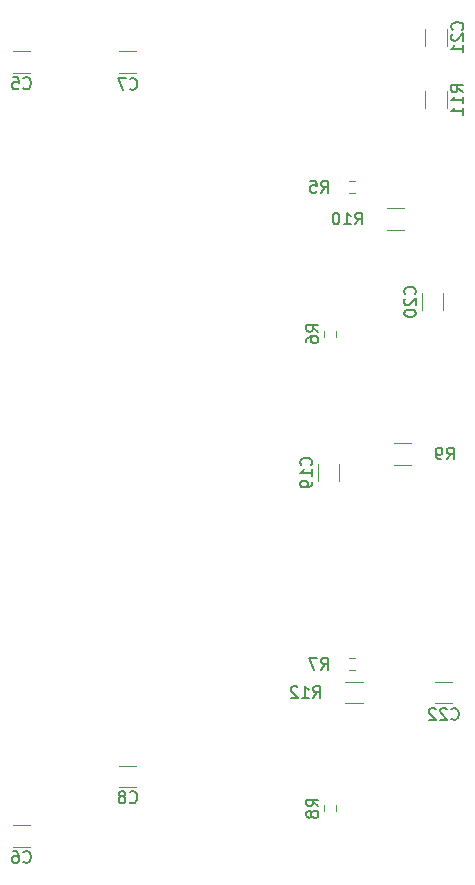
<source format=gbr>
%TF.GenerationSoftware,KiCad,Pcbnew,8.0.3*%
%TF.CreationDate,2025-02-16T14:56:23+13:00*%
%TF.ProjectId,Power-stage-rounded,506f7765-722d-4737-9461-67652d726f75,rev?*%
%TF.SameCoordinates,Original*%
%TF.FileFunction,Legend,Bot*%
%TF.FilePolarity,Positive*%
%FSLAX46Y46*%
G04 Gerber Fmt 4.6, Leading zero omitted, Abs format (unit mm)*
G04 Created by KiCad (PCBNEW 8.0.3) date 2025-02-16 14:56:23*
%MOMM*%
%LPD*%
G01*
G04 APERTURE LIST*
%ADD10C,0.150000*%
%ADD11C,0.120000*%
G04 APERTURE END LIST*
D10*
X153959580Y-55257142D02*
X154007200Y-55209523D01*
X154007200Y-55209523D02*
X154054819Y-55066666D01*
X154054819Y-55066666D02*
X154054819Y-54971428D01*
X154054819Y-54971428D02*
X154007200Y-54828571D01*
X154007200Y-54828571D02*
X153911961Y-54733333D01*
X153911961Y-54733333D02*
X153816723Y-54685714D01*
X153816723Y-54685714D02*
X153626247Y-54638095D01*
X153626247Y-54638095D02*
X153483390Y-54638095D01*
X153483390Y-54638095D02*
X153292914Y-54685714D01*
X153292914Y-54685714D02*
X153197676Y-54733333D01*
X153197676Y-54733333D02*
X153102438Y-54828571D01*
X153102438Y-54828571D02*
X153054819Y-54971428D01*
X153054819Y-54971428D02*
X153054819Y-55066666D01*
X153054819Y-55066666D02*
X153102438Y-55209523D01*
X153102438Y-55209523D02*
X153150057Y-55257142D01*
X153150057Y-55638095D02*
X153102438Y-55685714D01*
X153102438Y-55685714D02*
X153054819Y-55780952D01*
X153054819Y-55780952D02*
X153054819Y-56019047D01*
X153054819Y-56019047D02*
X153102438Y-56114285D01*
X153102438Y-56114285D02*
X153150057Y-56161904D01*
X153150057Y-56161904D02*
X153245295Y-56209523D01*
X153245295Y-56209523D02*
X153340533Y-56209523D01*
X153340533Y-56209523D02*
X153483390Y-56161904D01*
X153483390Y-56161904D02*
X154054819Y-55590476D01*
X154054819Y-55590476D02*
X154054819Y-56209523D01*
X154054819Y-57161904D02*
X154054819Y-56590476D01*
X154054819Y-56876190D02*
X153054819Y-56876190D01*
X153054819Y-56876190D02*
X153197676Y-56780952D01*
X153197676Y-56780952D02*
X153292914Y-56685714D01*
X153292914Y-56685714D02*
X153340533Y-56590476D01*
X125816666Y-60259580D02*
X125864285Y-60307200D01*
X125864285Y-60307200D02*
X126007142Y-60354819D01*
X126007142Y-60354819D02*
X126102380Y-60354819D01*
X126102380Y-60354819D02*
X126245237Y-60307200D01*
X126245237Y-60307200D02*
X126340475Y-60211961D01*
X126340475Y-60211961D02*
X126388094Y-60116723D01*
X126388094Y-60116723D02*
X126435713Y-59926247D01*
X126435713Y-59926247D02*
X126435713Y-59783390D01*
X126435713Y-59783390D02*
X126388094Y-59592914D01*
X126388094Y-59592914D02*
X126340475Y-59497676D01*
X126340475Y-59497676D02*
X126245237Y-59402438D01*
X126245237Y-59402438D02*
X126102380Y-59354819D01*
X126102380Y-59354819D02*
X126007142Y-59354819D01*
X126007142Y-59354819D02*
X125864285Y-59402438D01*
X125864285Y-59402438D02*
X125816666Y-59450057D01*
X125483332Y-59354819D02*
X124816666Y-59354819D01*
X124816666Y-59354819D02*
X125245237Y-60354819D01*
X125816666Y-120659580D02*
X125864285Y-120707200D01*
X125864285Y-120707200D02*
X126007142Y-120754819D01*
X126007142Y-120754819D02*
X126102380Y-120754819D01*
X126102380Y-120754819D02*
X126245237Y-120707200D01*
X126245237Y-120707200D02*
X126340475Y-120611961D01*
X126340475Y-120611961D02*
X126388094Y-120516723D01*
X126388094Y-120516723D02*
X126435713Y-120326247D01*
X126435713Y-120326247D02*
X126435713Y-120183390D01*
X126435713Y-120183390D02*
X126388094Y-119992914D01*
X126388094Y-119992914D02*
X126340475Y-119897676D01*
X126340475Y-119897676D02*
X126245237Y-119802438D01*
X126245237Y-119802438D02*
X126102380Y-119754819D01*
X126102380Y-119754819D02*
X126007142Y-119754819D01*
X126007142Y-119754819D02*
X125864285Y-119802438D01*
X125864285Y-119802438D02*
X125816666Y-119850057D01*
X125245237Y-120183390D02*
X125340475Y-120135771D01*
X125340475Y-120135771D02*
X125388094Y-120088152D01*
X125388094Y-120088152D02*
X125435713Y-119992914D01*
X125435713Y-119992914D02*
X125435713Y-119945295D01*
X125435713Y-119945295D02*
X125388094Y-119850057D01*
X125388094Y-119850057D02*
X125340475Y-119802438D01*
X125340475Y-119802438D02*
X125245237Y-119754819D01*
X125245237Y-119754819D02*
X125054761Y-119754819D01*
X125054761Y-119754819D02*
X124959523Y-119802438D01*
X124959523Y-119802438D02*
X124911904Y-119850057D01*
X124911904Y-119850057D02*
X124864285Y-119945295D01*
X124864285Y-119945295D02*
X124864285Y-119992914D01*
X124864285Y-119992914D02*
X124911904Y-120088152D01*
X124911904Y-120088152D02*
X124959523Y-120135771D01*
X124959523Y-120135771D02*
X125054761Y-120183390D01*
X125054761Y-120183390D02*
X125245237Y-120183390D01*
X125245237Y-120183390D02*
X125340475Y-120231009D01*
X125340475Y-120231009D02*
X125388094Y-120278628D01*
X125388094Y-120278628D02*
X125435713Y-120373866D01*
X125435713Y-120373866D02*
X125435713Y-120564342D01*
X125435713Y-120564342D02*
X125388094Y-120659580D01*
X125388094Y-120659580D02*
X125340475Y-120707200D01*
X125340475Y-120707200D02*
X125245237Y-120754819D01*
X125245237Y-120754819D02*
X125054761Y-120754819D01*
X125054761Y-120754819D02*
X124959523Y-120707200D01*
X124959523Y-120707200D02*
X124911904Y-120659580D01*
X124911904Y-120659580D02*
X124864285Y-120564342D01*
X124864285Y-120564342D02*
X124864285Y-120373866D01*
X124864285Y-120373866D02*
X124911904Y-120278628D01*
X124911904Y-120278628D02*
X124959523Y-120231009D01*
X124959523Y-120231009D02*
X125054761Y-120183390D01*
X144892857Y-71754819D02*
X145226190Y-71278628D01*
X145464285Y-71754819D02*
X145464285Y-70754819D01*
X145464285Y-70754819D02*
X145083333Y-70754819D01*
X145083333Y-70754819D02*
X144988095Y-70802438D01*
X144988095Y-70802438D02*
X144940476Y-70850057D01*
X144940476Y-70850057D02*
X144892857Y-70945295D01*
X144892857Y-70945295D02*
X144892857Y-71088152D01*
X144892857Y-71088152D02*
X144940476Y-71183390D01*
X144940476Y-71183390D02*
X144988095Y-71231009D01*
X144988095Y-71231009D02*
X145083333Y-71278628D01*
X145083333Y-71278628D02*
X145464285Y-71278628D01*
X143940476Y-71754819D02*
X144511904Y-71754819D01*
X144226190Y-71754819D02*
X144226190Y-70754819D01*
X144226190Y-70754819D02*
X144321428Y-70897676D01*
X144321428Y-70897676D02*
X144416666Y-70992914D01*
X144416666Y-70992914D02*
X144511904Y-71040533D01*
X143321428Y-70754819D02*
X143226190Y-70754819D01*
X143226190Y-70754819D02*
X143130952Y-70802438D01*
X143130952Y-70802438D02*
X143083333Y-70850057D01*
X143083333Y-70850057D02*
X143035714Y-70945295D01*
X143035714Y-70945295D02*
X142988095Y-71135771D01*
X142988095Y-71135771D02*
X142988095Y-71373866D01*
X142988095Y-71373866D02*
X143035714Y-71564342D01*
X143035714Y-71564342D02*
X143083333Y-71659580D01*
X143083333Y-71659580D02*
X143130952Y-71707200D01*
X143130952Y-71707200D02*
X143226190Y-71754819D01*
X143226190Y-71754819D02*
X143321428Y-71754819D01*
X143321428Y-71754819D02*
X143416666Y-71707200D01*
X143416666Y-71707200D02*
X143464285Y-71659580D01*
X143464285Y-71659580D02*
X143511904Y-71564342D01*
X143511904Y-71564342D02*
X143559523Y-71373866D01*
X143559523Y-71373866D02*
X143559523Y-71135771D01*
X143559523Y-71135771D02*
X143511904Y-70945295D01*
X143511904Y-70945295D02*
X143464285Y-70850057D01*
X143464285Y-70850057D02*
X143416666Y-70802438D01*
X143416666Y-70802438D02*
X143321428Y-70754819D01*
X141774819Y-80833333D02*
X141298628Y-80500000D01*
X141774819Y-80261905D02*
X140774819Y-80261905D01*
X140774819Y-80261905D02*
X140774819Y-80642857D01*
X140774819Y-80642857D02*
X140822438Y-80738095D01*
X140822438Y-80738095D02*
X140870057Y-80785714D01*
X140870057Y-80785714D02*
X140965295Y-80833333D01*
X140965295Y-80833333D02*
X141108152Y-80833333D01*
X141108152Y-80833333D02*
X141203390Y-80785714D01*
X141203390Y-80785714D02*
X141251009Y-80738095D01*
X141251009Y-80738095D02*
X141298628Y-80642857D01*
X141298628Y-80642857D02*
X141298628Y-80261905D01*
X140774819Y-81690476D02*
X140774819Y-81500000D01*
X140774819Y-81500000D02*
X140822438Y-81404762D01*
X140822438Y-81404762D02*
X140870057Y-81357143D01*
X140870057Y-81357143D02*
X141012914Y-81261905D01*
X141012914Y-81261905D02*
X141203390Y-81214286D01*
X141203390Y-81214286D02*
X141584342Y-81214286D01*
X141584342Y-81214286D02*
X141679580Y-81261905D01*
X141679580Y-81261905D02*
X141727200Y-81309524D01*
X141727200Y-81309524D02*
X141774819Y-81404762D01*
X141774819Y-81404762D02*
X141774819Y-81595238D01*
X141774819Y-81595238D02*
X141727200Y-81690476D01*
X141727200Y-81690476D02*
X141679580Y-81738095D01*
X141679580Y-81738095D02*
X141584342Y-81785714D01*
X141584342Y-81785714D02*
X141346247Y-81785714D01*
X141346247Y-81785714D02*
X141251009Y-81738095D01*
X141251009Y-81738095D02*
X141203390Y-81690476D01*
X141203390Y-81690476D02*
X141155771Y-81595238D01*
X141155771Y-81595238D02*
X141155771Y-81404762D01*
X141155771Y-81404762D02*
X141203390Y-81309524D01*
X141203390Y-81309524D02*
X141251009Y-81261905D01*
X141251009Y-81261905D02*
X141346247Y-81214286D01*
X153042857Y-113609580D02*
X153090476Y-113657200D01*
X153090476Y-113657200D02*
X153233333Y-113704819D01*
X153233333Y-113704819D02*
X153328571Y-113704819D01*
X153328571Y-113704819D02*
X153471428Y-113657200D01*
X153471428Y-113657200D02*
X153566666Y-113561961D01*
X153566666Y-113561961D02*
X153614285Y-113466723D01*
X153614285Y-113466723D02*
X153661904Y-113276247D01*
X153661904Y-113276247D02*
X153661904Y-113133390D01*
X153661904Y-113133390D02*
X153614285Y-112942914D01*
X153614285Y-112942914D02*
X153566666Y-112847676D01*
X153566666Y-112847676D02*
X153471428Y-112752438D01*
X153471428Y-112752438D02*
X153328571Y-112704819D01*
X153328571Y-112704819D02*
X153233333Y-112704819D01*
X153233333Y-112704819D02*
X153090476Y-112752438D01*
X153090476Y-112752438D02*
X153042857Y-112800057D01*
X152661904Y-112800057D02*
X152614285Y-112752438D01*
X152614285Y-112752438D02*
X152519047Y-112704819D01*
X152519047Y-112704819D02*
X152280952Y-112704819D01*
X152280952Y-112704819D02*
X152185714Y-112752438D01*
X152185714Y-112752438D02*
X152138095Y-112800057D01*
X152138095Y-112800057D02*
X152090476Y-112895295D01*
X152090476Y-112895295D02*
X152090476Y-112990533D01*
X152090476Y-112990533D02*
X152138095Y-113133390D01*
X152138095Y-113133390D02*
X152709523Y-113704819D01*
X152709523Y-113704819D02*
X152090476Y-113704819D01*
X151709523Y-112800057D02*
X151661904Y-112752438D01*
X151661904Y-112752438D02*
X151566666Y-112704819D01*
X151566666Y-112704819D02*
X151328571Y-112704819D01*
X151328571Y-112704819D02*
X151233333Y-112752438D01*
X151233333Y-112752438D02*
X151185714Y-112800057D01*
X151185714Y-112800057D02*
X151138095Y-112895295D01*
X151138095Y-112895295D02*
X151138095Y-112990533D01*
X151138095Y-112990533D02*
X151185714Y-113133390D01*
X151185714Y-113133390D02*
X151757142Y-113704819D01*
X151757142Y-113704819D02*
X151138095Y-113704819D01*
X116816666Y-60209580D02*
X116864285Y-60257200D01*
X116864285Y-60257200D02*
X117007142Y-60304819D01*
X117007142Y-60304819D02*
X117102380Y-60304819D01*
X117102380Y-60304819D02*
X117245237Y-60257200D01*
X117245237Y-60257200D02*
X117340475Y-60161961D01*
X117340475Y-60161961D02*
X117388094Y-60066723D01*
X117388094Y-60066723D02*
X117435713Y-59876247D01*
X117435713Y-59876247D02*
X117435713Y-59733390D01*
X117435713Y-59733390D02*
X117388094Y-59542914D01*
X117388094Y-59542914D02*
X117340475Y-59447676D01*
X117340475Y-59447676D02*
X117245237Y-59352438D01*
X117245237Y-59352438D02*
X117102380Y-59304819D01*
X117102380Y-59304819D02*
X117007142Y-59304819D01*
X117007142Y-59304819D02*
X116864285Y-59352438D01*
X116864285Y-59352438D02*
X116816666Y-59400057D01*
X115911904Y-59304819D02*
X116388094Y-59304819D01*
X116388094Y-59304819D02*
X116435713Y-59781009D01*
X116435713Y-59781009D02*
X116388094Y-59733390D01*
X116388094Y-59733390D02*
X116292856Y-59685771D01*
X116292856Y-59685771D02*
X116054761Y-59685771D01*
X116054761Y-59685771D02*
X115959523Y-59733390D01*
X115959523Y-59733390D02*
X115911904Y-59781009D01*
X115911904Y-59781009D02*
X115864285Y-59876247D01*
X115864285Y-59876247D02*
X115864285Y-60114342D01*
X115864285Y-60114342D02*
X115911904Y-60209580D01*
X115911904Y-60209580D02*
X115959523Y-60257200D01*
X115959523Y-60257200D02*
X116054761Y-60304819D01*
X116054761Y-60304819D02*
X116292856Y-60304819D01*
X116292856Y-60304819D02*
X116388094Y-60257200D01*
X116388094Y-60257200D02*
X116435713Y-60209580D01*
X116816666Y-125730770D02*
X116864285Y-125778390D01*
X116864285Y-125778390D02*
X117007142Y-125826009D01*
X117007142Y-125826009D02*
X117102380Y-125826009D01*
X117102380Y-125826009D02*
X117245237Y-125778390D01*
X117245237Y-125778390D02*
X117340475Y-125683151D01*
X117340475Y-125683151D02*
X117388094Y-125587913D01*
X117388094Y-125587913D02*
X117435713Y-125397437D01*
X117435713Y-125397437D02*
X117435713Y-125254580D01*
X117435713Y-125254580D02*
X117388094Y-125064104D01*
X117388094Y-125064104D02*
X117340475Y-124968866D01*
X117340475Y-124968866D02*
X117245237Y-124873628D01*
X117245237Y-124873628D02*
X117102380Y-124826009D01*
X117102380Y-124826009D02*
X117007142Y-124826009D01*
X117007142Y-124826009D02*
X116864285Y-124873628D01*
X116864285Y-124873628D02*
X116816666Y-124921247D01*
X115959523Y-124826009D02*
X116149999Y-124826009D01*
X116149999Y-124826009D02*
X116245237Y-124873628D01*
X116245237Y-124873628D02*
X116292856Y-124921247D01*
X116292856Y-124921247D02*
X116388094Y-125064104D01*
X116388094Y-125064104D02*
X116435713Y-125254580D01*
X116435713Y-125254580D02*
X116435713Y-125635532D01*
X116435713Y-125635532D02*
X116388094Y-125730770D01*
X116388094Y-125730770D02*
X116340475Y-125778390D01*
X116340475Y-125778390D02*
X116245237Y-125826009D01*
X116245237Y-125826009D02*
X116054761Y-125826009D01*
X116054761Y-125826009D02*
X115959523Y-125778390D01*
X115959523Y-125778390D02*
X115911904Y-125730770D01*
X115911904Y-125730770D02*
X115864285Y-125635532D01*
X115864285Y-125635532D02*
X115864285Y-125397437D01*
X115864285Y-125397437D02*
X115911904Y-125302199D01*
X115911904Y-125302199D02*
X115959523Y-125254580D01*
X115959523Y-125254580D02*
X116054761Y-125206961D01*
X116054761Y-125206961D02*
X116245237Y-125206961D01*
X116245237Y-125206961D02*
X116340475Y-125254580D01*
X116340475Y-125254580D02*
X116388094Y-125302199D01*
X116388094Y-125302199D02*
X116435713Y-125397437D01*
X154024819Y-60557142D02*
X153548628Y-60223809D01*
X154024819Y-59985714D02*
X153024819Y-59985714D01*
X153024819Y-59985714D02*
X153024819Y-60366666D01*
X153024819Y-60366666D02*
X153072438Y-60461904D01*
X153072438Y-60461904D02*
X153120057Y-60509523D01*
X153120057Y-60509523D02*
X153215295Y-60557142D01*
X153215295Y-60557142D02*
X153358152Y-60557142D01*
X153358152Y-60557142D02*
X153453390Y-60509523D01*
X153453390Y-60509523D02*
X153501009Y-60461904D01*
X153501009Y-60461904D02*
X153548628Y-60366666D01*
X153548628Y-60366666D02*
X153548628Y-59985714D01*
X154024819Y-61509523D02*
X154024819Y-60938095D01*
X154024819Y-61223809D02*
X153024819Y-61223809D01*
X153024819Y-61223809D02*
X153167676Y-61128571D01*
X153167676Y-61128571D02*
X153262914Y-61033333D01*
X153262914Y-61033333D02*
X153310533Y-60938095D01*
X154024819Y-62461904D02*
X154024819Y-61890476D01*
X154024819Y-62176190D02*
X153024819Y-62176190D01*
X153024819Y-62176190D02*
X153167676Y-62080952D01*
X153167676Y-62080952D02*
X153262914Y-61985714D01*
X153262914Y-61985714D02*
X153310533Y-61890476D01*
X152666666Y-91654819D02*
X152999999Y-91178628D01*
X153238094Y-91654819D02*
X153238094Y-90654819D01*
X153238094Y-90654819D02*
X152857142Y-90654819D01*
X152857142Y-90654819D02*
X152761904Y-90702438D01*
X152761904Y-90702438D02*
X152714285Y-90750057D01*
X152714285Y-90750057D02*
X152666666Y-90845295D01*
X152666666Y-90845295D02*
X152666666Y-90988152D01*
X152666666Y-90988152D02*
X152714285Y-91083390D01*
X152714285Y-91083390D02*
X152761904Y-91131009D01*
X152761904Y-91131009D02*
X152857142Y-91178628D01*
X152857142Y-91178628D02*
X153238094Y-91178628D01*
X152190475Y-91654819D02*
X151999999Y-91654819D01*
X151999999Y-91654819D02*
X151904761Y-91607200D01*
X151904761Y-91607200D02*
X151857142Y-91559580D01*
X151857142Y-91559580D02*
X151761904Y-91416723D01*
X151761904Y-91416723D02*
X151714285Y-91226247D01*
X151714285Y-91226247D02*
X151714285Y-90845295D01*
X151714285Y-90845295D02*
X151761904Y-90750057D01*
X151761904Y-90750057D02*
X151809523Y-90702438D01*
X151809523Y-90702438D02*
X151904761Y-90654819D01*
X151904761Y-90654819D02*
X152095237Y-90654819D01*
X152095237Y-90654819D02*
X152190475Y-90702438D01*
X152190475Y-90702438D02*
X152238094Y-90750057D01*
X152238094Y-90750057D02*
X152285713Y-90845295D01*
X152285713Y-90845295D02*
X152285713Y-91083390D01*
X152285713Y-91083390D02*
X152238094Y-91178628D01*
X152238094Y-91178628D02*
X152190475Y-91226247D01*
X152190475Y-91226247D02*
X152095237Y-91273866D01*
X152095237Y-91273866D02*
X151904761Y-91273866D01*
X151904761Y-91273866D02*
X151809523Y-91226247D01*
X151809523Y-91226247D02*
X151761904Y-91178628D01*
X151761904Y-91178628D02*
X151714285Y-91083390D01*
X142016666Y-69054819D02*
X142349999Y-68578628D01*
X142588094Y-69054819D02*
X142588094Y-68054819D01*
X142588094Y-68054819D02*
X142207142Y-68054819D01*
X142207142Y-68054819D02*
X142111904Y-68102438D01*
X142111904Y-68102438D02*
X142064285Y-68150057D01*
X142064285Y-68150057D02*
X142016666Y-68245295D01*
X142016666Y-68245295D02*
X142016666Y-68388152D01*
X142016666Y-68388152D02*
X142064285Y-68483390D01*
X142064285Y-68483390D02*
X142111904Y-68531009D01*
X142111904Y-68531009D02*
X142207142Y-68578628D01*
X142207142Y-68578628D02*
X142588094Y-68578628D01*
X141111904Y-68054819D02*
X141588094Y-68054819D01*
X141588094Y-68054819D02*
X141635713Y-68531009D01*
X141635713Y-68531009D02*
X141588094Y-68483390D01*
X141588094Y-68483390D02*
X141492856Y-68435771D01*
X141492856Y-68435771D02*
X141254761Y-68435771D01*
X141254761Y-68435771D02*
X141159523Y-68483390D01*
X141159523Y-68483390D02*
X141111904Y-68531009D01*
X141111904Y-68531009D02*
X141064285Y-68626247D01*
X141064285Y-68626247D02*
X141064285Y-68864342D01*
X141064285Y-68864342D02*
X141111904Y-68959580D01*
X141111904Y-68959580D02*
X141159523Y-69007200D01*
X141159523Y-69007200D02*
X141254761Y-69054819D01*
X141254761Y-69054819D02*
X141492856Y-69054819D01*
X141492856Y-69054819D02*
X141588094Y-69007200D01*
X141588094Y-69007200D02*
X141635713Y-68959580D01*
X149959580Y-77657142D02*
X150007200Y-77609523D01*
X150007200Y-77609523D02*
X150054819Y-77466666D01*
X150054819Y-77466666D02*
X150054819Y-77371428D01*
X150054819Y-77371428D02*
X150007200Y-77228571D01*
X150007200Y-77228571D02*
X149911961Y-77133333D01*
X149911961Y-77133333D02*
X149816723Y-77085714D01*
X149816723Y-77085714D02*
X149626247Y-77038095D01*
X149626247Y-77038095D02*
X149483390Y-77038095D01*
X149483390Y-77038095D02*
X149292914Y-77085714D01*
X149292914Y-77085714D02*
X149197676Y-77133333D01*
X149197676Y-77133333D02*
X149102438Y-77228571D01*
X149102438Y-77228571D02*
X149054819Y-77371428D01*
X149054819Y-77371428D02*
X149054819Y-77466666D01*
X149054819Y-77466666D02*
X149102438Y-77609523D01*
X149102438Y-77609523D02*
X149150057Y-77657142D01*
X149150057Y-78038095D02*
X149102438Y-78085714D01*
X149102438Y-78085714D02*
X149054819Y-78180952D01*
X149054819Y-78180952D02*
X149054819Y-78419047D01*
X149054819Y-78419047D02*
X149102438Y-78514285D01*
X149102438Y-78514285D02*
X149150057Y-78561904D01*
X149150057Y-78561904D02*
X149245295Y-78609523D01*
X149245295Y-78609523D02*
X149340533Y-78609523D01*
X149340533Y-78609523D02*
X149483390Y-78561904D01*
X149483390Y-78561904D02*
X150054819Y-77990476D01*
X150054819Y-77990476D02*
X150054819Y-78609523D01*
X149054819Y-79228571D02*
X149054819Y-79323809D01*
X149054819Y-79323809D02*
X149102438Y-79419047D01*
X149102438Y-79419047D02*
X149150057Y-79466666D01*
X149150057Y-79466666D02*
X149245295Y-79514285D01*
X149245295Y-79514285D02*
X149435771Y-79561904D01*
X149435771Y-79561904D02*
X149673866Y-79561904D01*
X149673866Y-79561904D02*
X149864342Y-79514285D01*
X149864342Y-79514285D02*
X149959580Y-79466666D01*
X149959580Y-79466666D02*
X150007200Y-79419047D01*
X150007200Y-79419047D02*
X150054819Y-79323809D01*
X150054819Y-79323809D02*
X150054819Y-79228571D01*
X150054819Y-79228571D02*
X150007200Y-79133333D01*
X150007200Y-79133333D02*
X149959580Y-79085714D01*
X149959580Y-79085714D02*
X149864342Y-79038095D01*
X149864342Y-79038095D02*
X149673866Y-78990476D01*
X149673866Y-78990476D02*
X149435771Y-78990476D01*
X149435771Y-78990476D02*
X149245295Y-79038095D01*
X149245295Y-79038095D02*
X149150057Y-79085714D01*
X149150057Y-79085714D02*
X149102438Y-79133333D01*
X149102438Y-79133333D02*
X149054819Y-79228571D01*
X142016666Y-109454819D02*
X142349999Y-108978628D01*
X142588094Y-109454819D02*
X142588094Y-108454819D01*
X142588094Y-108454819D02*
X142207142Y-108454819D01*
X142207142Y-108454819D02*
X142111904Y-108502438D01*
X142111904Y-108502438D02*
X142064285Y-108550057D01*
X142064285Y-108550057D02*
X142016666Y-108645295D01*
X142016666Y-108645295D02*
X142016666Y-108788152D01*
X142016666Y-108788152D02*
X142064285Y-108883390D01*
X142064285Y-108883390D02*
X142111904Y-108931009D01*
X142111904Y-108931009D02*
X142207142Y-108978628D01*
X142207142Y-108978628D02*
X142588094Y-108978628D01*
X141683332Y-108454819D02*
X141016666Y-108454819D01*
X141016666Y-108454819D02*
X141445237Y-109454819D01*
X141159580Y-92119642D02*
X141207200Y-92072023D01*
X141207200Y-92072023D02*
X141254819Y-91929166D01*
X141254819Y-91929166D02*
X141254819Y-91833928D01*
X141254819Y-91833928D02*
X141207200Y-91691071D01*
X141207200Y-91691071D02*
X141111961Y-91595833D01*
X141111961Y-91595833D02*
X141016723Y-91548214D01*
X141016723Y-91548214D02*
X140826247Y-91500595D01*
X140826247Y-91500595D02*
X140683390Y-91500595D01*
X140683390Y-91500595D02*
X140492914Y-91548214D01*
X140492914Y-91548214D02*
X140397676Y-91595833D01*
X140397676Y-91595833D02*
X140302438Y-91691071D01*
X140302438Y-91691071D02*
X140254819Y-91833928D01*
X140254819Y-91833928D02*
X140254819Y-91929166D01*
X140254819Y-91929166D02*
X140302438Y-92072023D01*
X140302438Y-92072023D02*
X140350057Y-92119642D01*
X141254819Y-93072023D02*
X141254819Y-92500595D01*
X141254819Y-92786309D02*
X140254819Y-92786309D01*
X140254819Y-92786309D02*
X140397676Y-92691071D01*
X140397676Y-92691071D02*
X140492914Y-92595833D01*
X140492914Y-92595833D02*
X140540533Y-92500595D01*
X141254819Y-93548214D02*
X141254819Y-93738690D01*
X141254819Y-93738690D02*
X141207200Y-93833928D01*
X141207200Y-93833928D02*
X141159580Y-93881547D01*
X141159580Y-93881547D02*
X141016723Y-93976785D01*
X141016723Y-93976785D02*
X140826247Y-94024404D01*
X140826247Y-94024404D02*
X140445295Y-94024404D01*
X140445295Y-94024404D02*
X140350057Y-93976785D01*
X140350057Y-93976785D02*
X140302438Y-93929166D01*
X140302438Y-93929166D02*
X140254819Y-93833928D01*
X140254819Y-93833928D02*
X140254819Y-93643452D01*
X140254819Y-93643452D02*
X140302438Y-93548214D01*
X140302438Y-93548214D02*
X140350057Y-93500595D01*
X140350057Y-93500595D02*
X140445295Y-93452976D01*
X140445295Y-93452976D02*
X140683390Y-93452976D01*
X140683390Y-93452976D02*
X140778628Y-93500595D01*
X140778628Y-93500595D02*
X140826247Y-93548214D01*
X140826247Y-93548214D02*
X140873866Y-93643452D01*
X140873866Y-93643452D02*
X140873866Y-93833928D01*
X140873866Y-93833928D02*
X140826247Y-93929166D01*
X140826247Y-93929166D02*
X140778628Y-93976785D01*
X140778628Y-93976785D02*
X140683390Y-94024404D01*
X141774819Y-121033333D02*
X141298628Y-120700000D01*
X141774819Y-120461905D02*
X140774819Y-120461905D01*
X140774819Y-120461905D02*
X140774819Y-120842857D01*
X140774819Y-120842857D02*
X140822438Y-120938095D01*
X140822438Y-120938095D02*
X140870057Y-120985714D01*
X140870057Y-120985714D02*
X140965295Y-121033333D01*
X140965295Y-121033333D02*
X141108152Y-121033333D01*
X141108152Y-121033333D02*
X141203390Y-120985714D01*
X141203390Y-120985714D02*
X141251009Y-120938095D01*
X141251009Y-120938095D02*
X141298628Y-120842857D01*
X141298628Y-120842857D02*
X141298628Y-120461905D01*
X141203390Y-121604762D02*
X141155771Y-121509524D01*
X141155771Y-121509524D02*
X141108152Y-121461905D01*
X141108152Y-121461905D02*
X141012914Y-121414286D01*
X141012914Y-121414286D02*
X140965295Y-121414286D01*
X140965295Y-121414286D02*
X140870057Y-121461905D01*
X140870057Y-121461905D02*
X140822438Y-121509524D01*
X140822438Y-121509524D02*
X140774819Y-121604762D01*
X140774819Y-121604762D02*
X140774819Y-121795238D01*
X140774819Y-121795238D02*
X140822438Y-121890476D01*
X140822438Y-121890476D02*
X140870057Y-121938095D01*
X140870057Y-121938095D02*
X140965295Y-121985714D01*
X140965295Y-121985714D02*
X141012914Y-121985714D01*
X141012914Y-121985714D02*
X141108152Y-121938095D01*
X141108152Y-121938095D02*
X141155771Y-121890476D01*
X141155771Y-121890476D02*
X141203390Y-121795238D01*
X141203390Y-121795238D02*
X141203390Y-121604762D01*
X141203390Y-121604762D02*
X141251009Y-121509524D01*
X141251009Y-121509524D02*
X141298628Y-121461905D01*
X141298628Y-121461905D02*
X141393866Y-121414286D01*
X141393866Y-121414286D02*
X141584342Y-121414286D01*
X141584342Y-121414286D02*
X141679580Y-121461905D01*
X141679580Y-121461905D02*
X141727200Y-121509524D01*
X141727200Y-121509524D02*
X141774819Y-121604762D01*
X141774819Y-121604762D02*
X141774819Y-121795238D01*
X141774819Y-121795238D02*
X141727200Y-121890476D01*
X141727200Y-121890476D02*
X141679580Y-121938095D01*
X141679580Y-121938095D02*
X141584342Y-121985714D01*
X141584342Y-121985714D02*
X141393866Y-121985714D01*
X141393866Y-121985714D02*
X141298628Y-121938095D01*
X141298628Y-121938095D02*
X141251009Y-121890476D01*
X141251009Y-121890476D02*
X141203390Y-121795238D01*
X141342857Y-111854819D02*
X141676190Y-111378628D01*
X141914285Y-111854819D02*
X141914285Y-110854819D01*
X141914285Y-110854819D02*
X141533333Y-110854819D01*
X141533333Y-110854819D02*
X141438095Y-110902438D01*
X141438095Y-110902438D02*
X141390476Y-110950057D01*
X141390476Y-110950057D02*
X141342857Y-111045295D01*
X141342857Y-111045295D02*
X141342857Y-111188152D01*
X141342857Y-111188152D02*
X141390476Y-111283390D01*
X141390476Y-111283390D02*
X141438095Y-111331009D01*
X141438095Y-111331009D02*
X141533333Y-111378628D01*
X141533333Y-111378628D02*
X141914285Y-111378628D01*
X140390476Y-111854819D02*
X140961904Y-111854819D01*
X140676190Y-111854819D02*
X140676190Y-110854819D01*
X140676190Y-110854819D02*
X140771428Y-110997676D01*
X140771428Y-110997676D02*
X140866666Y-111092914D01*
X140866666Y-111092914D02*
X140961904Y-111140533D01*
X140009523Y-110950057D02*
X139961904Y-110902438D01*
X139961904Y-110902438D02*
X139866666Y-110854819D01*
X139866666Y-110854819D02*
X139628571Y-110854819D01*
X139628571Y-110854819D02*
X139533333Y-110902438D01*
X139533333Y-110902438D02*
X139485714Y-110950057D01*
X139485714Y-110950057D02*
X139438095Y-111045295D01*
X139438095Y-111045295D02*
X139438095Y-111140533D01*
X139438095Y-111140533D02*
X139485714Y-111283390D01*
X139485714Y-111283390D02*
X140057142Y-111854819D01*
X140057142Y-111854819D02*
X139438095Y-111854819D01*
D11*
%TO.C,C21*%
X150840000Y-55188748D02*
X150840000Y-56611252D01*
X152660000Y-55188748D02*
X152660000Y-56611252D01*
%TO.C,C7*%
X124938748Y-57090000D02*
X126361252Y-57090000D01*
X124938748Y-58910000D02*
X126361252Y-58910000D01*
%TO.C,C8*%
X124938748Y-117590000D02*
X126361252Y-117590000D01*
X124938748Y-119410000D02*
X126361252Y-119410000D01*
%TO.C,R10*%
X149077064Y-72210000D02*
X147622936Y-72210000D01*
X149077064Y-70390000D02*
X147622936Y-70390000D01*
%TO.C,R6*%
X142227500Y-81254724D02*
X142227500Y-80745276D01*
X143272500Y-81254724D02*
X143272500Y-80745276D01*
%TO.C,C22*%
X153111252Y-112310000D02*
X151688748Y-112310000D01*
X153111252Y-110490000D02*
X151688748Y-110490000D01*
%TO.C,C5*%
X117361252Y-57090000D02*
X115938748Y-57090000D01*
X117361252Y-58910000D02*
X115938748Y-58910000D01*
%TO.C,C6*%
X117361252Y-122611190D02*
X115938748Y-122611190D01*
X117361252Y-124431190D02*
X115938748Y-124431190D01*
%TO.C,R11*%
X150840000Y-60472936D02*
X150840000Y-61927064D01*
X152660000Y-60472936D02*
X152660000Y-61927064D01*
%TO.C,R9*%
X148172936Y-90290000D02*
X149627064Y-90290000D01*
X148172936Y-92110000D02*
X149627064Y-92110000D01*
%TO.C,R5*%
X144395276Y-68077500D02*
X144904724Y-68077500D01*
X144395276Y-69122500D02*
X144904724Y-69122500D01*
%TO.C,C20*%
X150540000Y-79011252D02*
X150540000Y-77588748D01*
X152360000Y-79011252D02*
X152360000Y-77588748D01*
%TO.C,R7*%
X144395276Y-108477500D02*
X144904724Y-108477500D01*
X144395276Y-109522500D02*
X144904724Y-109522500D01*
%TO.C,C19*%
X141740000Y-93473752D02*
X141740000Y-92051248D01*
X143560000Y-93473752D02*
X143560000Y-92051248D01*
%TO.C,R8*%
X142227500Y-121454724D02*
X142227500Y-120945276D01*
X143272500Y-121454724D02*
X143272500Y-120945276D01*
%TO.C,R12*%
X145527064Y-110490000D02*
X144072936Y-110490000D01*
X145527064Y-112310000D02*
X144072936Y-112310000D01*
%TD*%
M02*

</source>
